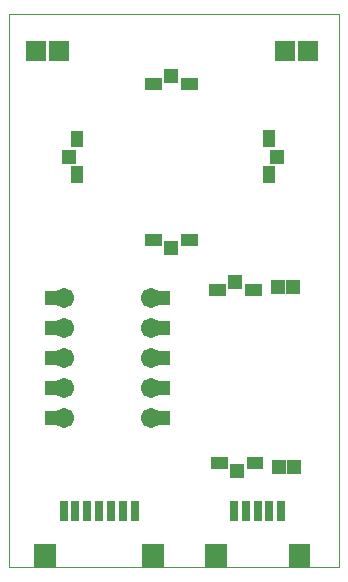
<source format=gts>
G75*
%MOIN*%
%OFA0B0*%
%FSLAX25Y25*%
%IPPOS*%
%LPD*%
%AMOC8*
5,1,8,0,0,1.08239X$1,22.5*
%
%ADD10C,0.00394*%
%ADD11R,0.04737X0.04737*%
%ADD12R,0.04343X0.04343*%
%ADD13R,0.05131X0.05131*%
%ADD14R,0.06706X0.06706*%
%ADD15R,0.06706X0.05131*%
%ADD16R,0.03162X0.06902*%
%ADD17R,0.05524X0.07887*%
%ADD18C,0.06706*%
D10*
X0004414Y0002067D02*
X0114478Y0002130D01*
X0114478Y0186381D01*
X0004414Y0186319D01*
X0004414Y0002067D01*
D11*
X0080504Y0033948D03*
X0079887Y0097179D03*
X0058600Y0108492D03*
X0024297Y0138787D03*
X0058562Y0165772D03*
X0093775Y0138830D03*
D12*
X0091044Y0143951D03*
X0091044Y0145593D03*
X0091044Y0133720D03*
X0091044Y0132078D03*
X0065363Y0111223D03*
X0063721Y0111223D03*
X0053490Y0111223D03*
X0051848Y0111223D03*
X0073124Y0094448D03*
X0074766Y0094448D03*
X0084997Y0094448D03*
X0086639Y0094448D03*
X0087266Y0036679D03*
X0085624Y0036679D03*
X0075393Y0036679D03*
X0073752Y0036679D03*
X0027028Y0132025D03*
X0027028Y0133667D03*
X0027028Y0143898D03*
X0027028Y0145539D03*
X0051800Y0163041D03*
X0053442Y0163041D03*
X0063672Y0163041D03*
X0065314Y0163041D03*
D13*
X0094042Y0095265D03*
X0098964Y0095265D03*
X0099512Y0035425D03*
X0094589Y0035425D03*
D14*
X0096488Y0174100D03*
X0104132Y0174100D03*
X0021079Y0174100D03*
X0013514Y0174100D03*
D15*
X0019770Y0091836D03*
X0019770Y0081836D03*
X0019770Y0071836D03*
X0019770Y0061836D03*
X0019770Y0051836D03*
X0054809Y0051836D03*
X0054809Y0061836D03*
X0054809Y0071836D03*
X0054809Y0081836D03*
X0054809Y0091836D03*
D16*
X0046290Y0020882D03*
X0042353Y0020882D03*
X0038416Y0020882D03*
X0034479Y0020882D03*
X0030542Y0020882D03*
X0026605Y0020882D03*
X0022668Y0020882D03*
X0079445Y0020882D03*
X0083382Y0020882D03*
X0087319Y0020882D03*
X0091256Y0020882D03*
X0095193Y0020882D03*
D17*
X0100311Y0005626D03*
X0100311Y0005626D03*
X0102280Y0005626D03*
X0074327Y0005626D03*
X0072359Y0005626D03*
X0053376Y0005626D03*
X0051408Y0005626D03*
X0017550Y0005626D03*
X0015581Y0005626D03*
D18*
X0022720Y0051836D03*
X0022720Y0061873D03*
X0022720Y0071843D03*
X0022720Y0081834D03*
X0022720Y0091840D03*
X0051952Y0091832D03*
X0051952Y0081827D03*
X0051952Y0071836D03*
X0051952Y0061866D03*
X0051952Y0051829D03*
M02*

</source>
